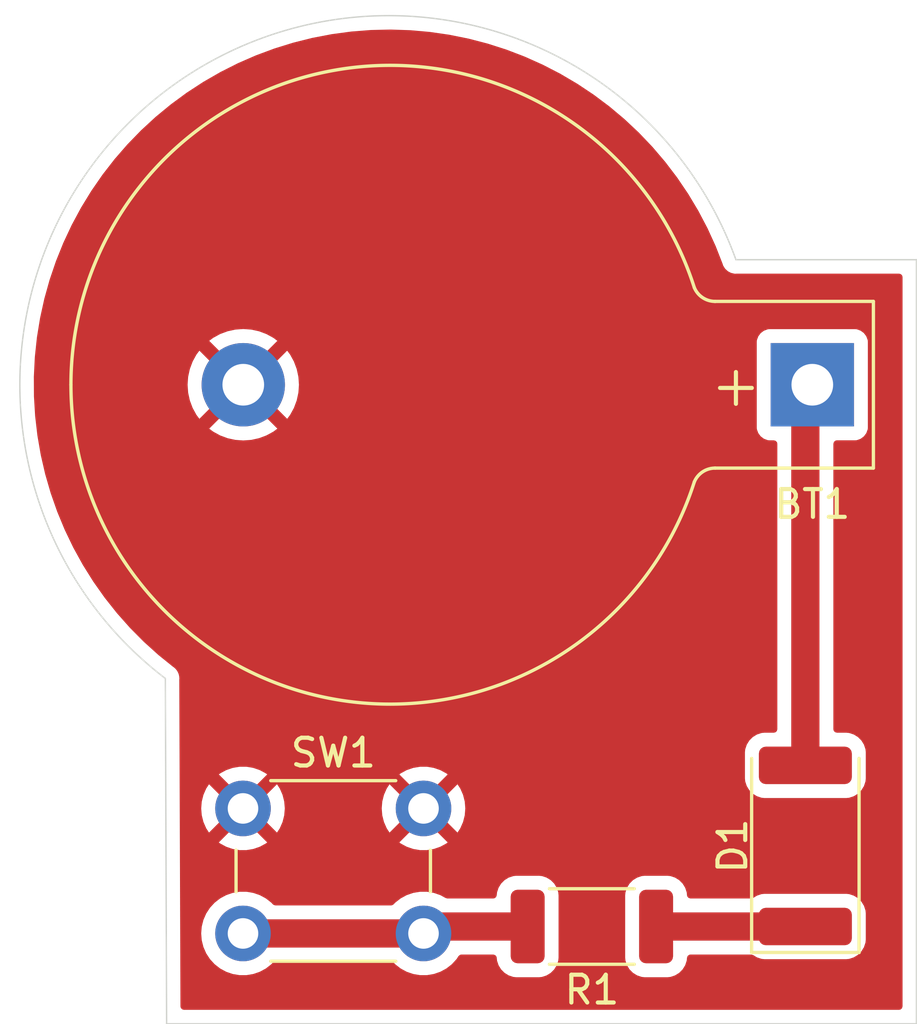
<source format=kicad_pcb>
(kicad_pcb (version 20240108) (generator "pcbnew") (generator_version "8.0")
  (layers (0 "F.Cu" signal) (31 "B.Cu" signal) (34 "B.Paste" user) (35 "F.Paste" user) (36 "B.SilkS" user "B.Silkscreen") (37 "F.SilkS" user "F.Silkscreen") (38 "B.Mask" user) (39 "F.Mask" user) (44 "Edge.Cuts" user))
  (net 0 "")
  (net 1 "Net-(BT1-+)")
  (net 2 "GND")
  (net 3 "Net-(D1-K)")
  (net 4 "Net-(SW1-B)")
  (footprint "Battery:BatteryHolder_Keystone_103_1x20mm" (layer "F.Cu") (at 117.250001 90.000001 180)
    (property "Reference" "BT1" (at 0 -4.3 360) (layer "F.SilkS"))
    (property "Value" "Battery_Cell")
    (fp_line (start -2.2 3) (end 3.5 3) (stroke (width 0.12)) (layer "F.SilkS"))
    (fp_line (start -2.2 3) (end -2.2 -3) (stroke (width 0.12)) (layer "F.SilkS"))
    (fp_line (start -2.2 -3) (end 3.5 -3) (stroke (width 0.12)) (layer "F.SilkS"))
    (fp_arc (start 26.695671 0) (mid 16.971103 11.358466) (end 4.25 3.5) (stroke (width 0.12)) (layer "F.SilkS"))
    (fp_arc (start 4.25 -3.5) (mid 16.971103 -11.358466) (end 26.695671 0) (stroke (width 0.12)) (layer "F.SilkS"))
    (fp_arc (start 4.25 -3.5) (mid 3.950694 -3.136459) (end 3.5 -3) (stroke (width 0.12)) (layer "F.SilkS"))
    (fp_arc (start 3.5 3) (mid 3.950694 3.136459) (end 4.25 3.5) (stroke (width 0.12)) (layer "F.SilkS"))
    (fp_text user "+" (at 2.75 0 360) (layer "F.SilkS") (effects (font (size 1.5 1.5))))
    (pad "1" thru_hole rect (at 0 0 180) (size 3 3) (drill 1.5) (layers "*.Cu" "*.Mask") (net 1 "Net-(BT1-+)"))
    (pad "2" thru_hole circle (at 20.49 0 180) (size 3 3) (drill 1.5) (layers "*.Cu" "*.Mask") (net 2 "GND"))
  )
  (footprint "Button_Switch_THT:SW_PUSH_6mm" (layer "F.Cu") (at 96.75 105.25)
    (property "Reference" "SW1" (at 3.25 -2 0) (layer "F.SilkS"))
    (property "Value" "SW_SPST")
    (fp_line (start -0.25 1.5) (end -0.25 3) (stroke (width 0.12)) (layer "F.SilkS"))
    (fp_line (start 1 5.5) (end 5.5 5.5) (stroke (width 0.12)) (layer "F.SilkS"))
    (fp_line (start 5.5 -1) (end 1 -1) (stroke (width 0.12)) (layer "F.SilkS"))
    (fp_line (start 6.75 3) (end 6.75 1.5) (stroke (width 0.12)) (layer "F.SilkS"))
    (pad "1" thru_hole circle (at 0 0 90) (size 2 2) (drill 1.1) (layers "*.Cu" "*.Mask") (net 2 "GND"))
    (pad "1" thru_hole circle (at 6.5 0 90) (size 2 2) (drill 1.1) (layers "*.Cu" "*.Mask") (net 2 "GND"))
    (pad "2" thru_hole circle (at 0 4.5 90) (size 2 2) (drill 1.1) (layers "*.Cu" "*.Mask") (net 4 "Net-(SW1-B)"))
    (pad "2" thru_hole circle (at 6.5 4.5 90) (size 2 2) (drill 1.1) (layers "*.Cu" "*.Mask") (net 4 "Net-(SW1-B)"))
  )
  (footprint "LED_SMD:LED_2512_6332Metric" (layer "F.Cu") (at 117 106.6 90)
    (property "Reference" "D1" (at 0 -2.62 90) (layer "F.SilkS"))
    (property "Value" "LED")
    (fp_line (start 3.15 -1.935) (end -3.835 -1.935) (stroke (width 0.12)) (layer "F.SilkS"))
    (fp_line (start -3.835 -1.935) (end -3.835 1.935) (stroke (width 0.12)) (layer "F.SilkS"))
    (fp_line (start -3.835 1.935) (end 3.15 1.935) (stroke (width 0.12)) (layer "F.SilkS"))
    (pad "1" smd roundrect (at -2.9 0 90) (size 1.35 3.35) (layers "F.Cu" "F.Paste" "F.Mask") (roundrect_rratio 0.185185) (net 3 "Net-(D1-K)"))
    (pad "2" smd roundrect (at 2.9 0 90) (size 1.35 3.35) (layers "F.Cu" "F.Paste" "F.Mask") (roundrect_rratio 0.185185) (net 1 "Net-(BT1-+)"))
  )
  (footprint "Resistor_SMD:R_2010_5025Metric" (layer "F.Cu") (at 109.3125 109.5 180)
    (property "Reference" "R1" (at 0 -2.28 360) (layer "F.SilkS"))
    (property "Value" "R_US")
    (fp_line (start -1.527064 1.36) (end 1.527064 1.36) (stroke (width 0.12)) (layer "F.SilkS"))
    (fp_line (start -1.527064 -1.36) (end 1.527064 -1.36) (stroke (width 0.12)) (layer "F.SilkS"))
    (pad "1" smd roundrect (at -2.3125 0 180) (size 1.225 2.65) (layers "F.Cu" "F.Paste" "F.Mask") (roundrect_rratio 0.204082) (net 3 "Net-(D1-K)"))
    (pad "2" smd roundrect (at 2.3125 0 180) (size 1.225 2.65) (layers "F.Cu" "F.Paste" "F.Mask") (roundrect_rratio 0.204082) (net 4 "Net-(SW1-B)"))
  )
  (gr_line (start 121 85.5) (end 114.5 85.5) (stroke (width 0.05)) (layer "Edge.Cuts"))
  (gr_line (start 121 113) (end 121 85.5) (stroke (width 0.05)) (layer "Edge.Cuts"))
  (gr_arc (start 93.954569 100.572182) (mid 94.141663 79.288019) (end 114.5 85.5) (stroke (width 0.05)) (layer "Edge.Cuts"))
  (gr_line (start 93.954569 100.572182) (end 94 113) (stroke (width 0.05)) (layer "Edge.Cuts"))
  (gr_line (start 94 113) (end 121 113) (stroke (width 0.05)) (layer "Edge.Cuts"))
  (segment (start 117 103.7) (end 117 90.250002) (width 1.016) (layer "F.Cu") (net 1))
  (segment (start 117 90.250002) (end 117.250001 90.000001) (width 1.016) (layer "F.Cu") (net 1))
  (segment (start 111.625 109.5) (end 117 109.5) (width 1.016) (layer "F.Cu") (net 3))
  (segment (start 107 109.5) (end 103.5 109.5) (width 1.016) (layer "F.Cu") (net 4))
  (segment (start 103.5 109.5) (end 103.25 109.75) (width 1.016) (layer "F.Cu") (net 4))
  (segment (start 103.25 109.75) (end 96.75 109.75) (width 1.016) (layer "F.Cu") (net 4))
  (zone (net 2) (net_name "GND") (layer "F.Cu") (connect_pads (clearance 0.5)) (min_thickness 0.25) (fill yes (thermal_gap 0.5) (thermal_bridge_width 0.5))
    (polygon (pts (xy 114.5 85.5) (xy 121 85.5) (xy 121 113) (xy 94 113) (xy 94 100.5) (xy 88.5 100.5) (xy 88 77) (xy 114.5 76.5)))
  )
)
</source>
